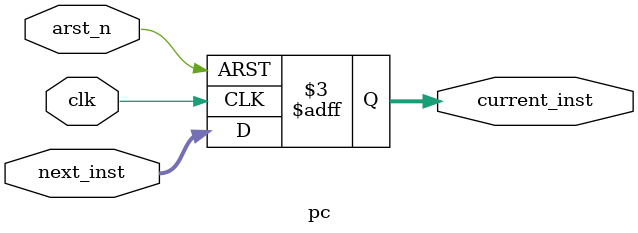
<source format=v>
module pc(
	input clk,arst_n,
	input [31:0] next_inst,
	output reg [31:0] current_inst
);

	always @(posedge clk,negedge arst_n)begin
		if(!arst_n)
			current_inst <= {32{1'b0}};
		else
			current_inst <= next_inst;
	end
endmodule
</source>
